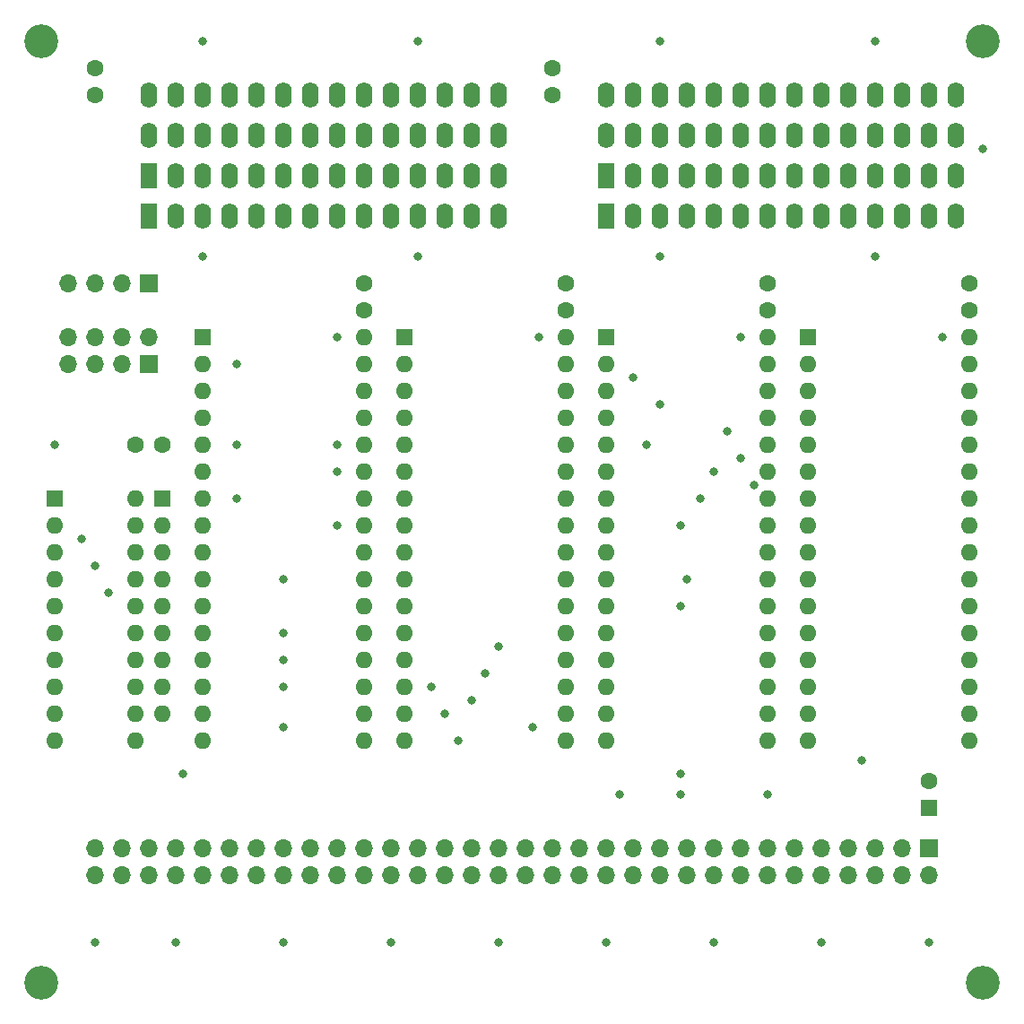
<source format=gts>
G04 #@! TF.GenerationSoftware,KiCad,Pcbnew,(5.1.8)-1*
G04 #@! TF.CreationDate,2021-07-02T01:17:22+09:00*
G04 #@! TF.ProjectId,FMRAMV01L02,464d5241-4d56-4303-914c-30322e6b6963,rev?*
G04 #@! TF.SameCoordinates,PX3072580PY9157080*
G04 #@! TF.FileFunction,Soldermask,Top*
G04 #@! TF.FilePolarity,Negative*
%FSLAX46Y46*%
G04 Gerber Fmt 4.6, Leading zero omitted, Abs format (unit mm)*
G04 Created by KiCad (PCBNEW (5.1.8)-1) date 2021-07-02 01:17:22*
%MOMM*%
%LPD*%
G01*
G04 APERTURE LIST*
%ADD10R,1.600000X2.400000*%
%ADD11O,1.600000X2.400000*%
%ADD12C,1.600000*%
%ADD13O,1.700000X1.700000*%
%ADD14R,1.700000X1.700000*%
%ADD15O,1.600000X1.600000*%
%ADD16R,1.600000X1.600000*%
%ADD17C,3.200000*%
%ADD18C,0.800000*%
G04 APERTURE END LIST*
D10*
X68580000Y74930000D03*
D11*
X101600000Y82550000D03*
X71120000Y74930000D03*
X99060000Y82550000D03*
X73660000Y74930000D03*
X96520000Y82550000D03*
X76200000Y74930000D03*
X93980000Y82550000D03*
X78740000Y74930000D03*
X91440000Y82550000D03*
X81280000Y74930000D03*
X88900000Y82550000D03*
X83820000Y74930000D03*
X86360000Y82550000D03*
X86360000Y74930000D03*
X83820000Y82550000D03*
X88900000Y74930000D03*
X81280000Y82550000D03*
X91440000Y74930000D03*
X78740000Y82550000D03*
X93980000Y74930000D03*
X76200000Y82550000D03*
X96520000Y74930000D03*
X73660000Y82550000D03*
X99060000Y74930000D03*
X71120000Y82550000D03*
X101600000Y74930000D03*
X68580000Y82550000D03*
D10*
X25400000Y74930000D03*
D11*
X58420000Y82550000D03*
X27940000Y74930000D03*
X55880000Y82550000D03*
X30480000Y74930000D03*
X53340000Y82550000D03*
X33020000Y74930000D03*
X50800000Y82550000D03*
X35560000Y74930000D03*
X48260000Y82550000D03*
X38100000Y74930000D03*
X45720000Y82550000D03*
X40640000Y74930000D03*
X43180000Y82550000D03*
X43180000Y74930000D03*
X40640000Y82550000D03*
X45720000Y74930000D03*
X38100000Y82550000D03*
X48260000Y74930000D03*
X35560000Y82550000D03*
X50800000Y74930000D03*
X33020000Y82550000D03*
X53340000Y74930000D03*
X30480000Y82550000D03*
X55880000Y74930000D03*
X27940000Y82550000D03*
X58420000Y74930000D03*
X25400000Y82550000D03*
X25400000Y86360000D03*
X58420000Y78740000D03*
X27940000Y86360000D03*
X55880000Y78740000D03*
X30480000Y86360000D03*
X53340000Y78740000D03*
X33020000Y86360000D03*
X50800000Y78740000D03*
X35560000Y86360000D03*
X48260000Y78740000D03*
X38100000Y86360000D03*
X45720000Y78740000D03*
X40640000Y86360000D03*
X43180000Y78740000D03*
X43180000Y86360000D03*
X40640000Y78740000D03*
X45720000Y86360000D03*
X38100000Y78740000D03*
X48260000Y86360000D03*
X35560000Y78740000D03*
X50800000Y86360000D03*
X33020000Y78740000D03*
X53340000Y86360000D03*
X30480000Y78740000D03*
X55880000Y86360000D03*
X27940000Y78740000D03*
X58420000Y86360000D03*
D10*
X25400000Y78740000D03*
D12*
X20320000Y88860000D03*
X20320000Y86360000D03*
D11*
X68580000Y86360000D03*
X101600000Y78740000D03*
X71120000Y86360000D03*
X99060000Y78740000D03*
X73660000Y86360000D03*
X96520000Y78740000D03*
X76200000Y86360000D03*
X93980000Y78740000D03*
X78740000Y86360000D03*
X91440000Y78740000D03*
X81280000Y86360000D03*
X88900000Y78740000D03*
X83820000Y86360000D03*
X86360000Y78740000D03*
X86360000Y86360000D03*
X83820000Y78740000D03*
X88900000Y86360000D03*
X81280000Y78740000D03*
X91440000Y86360000D03*
X78740000Y78740000D03*
X93980000Y86360000D03*
X76200000Y78740000D03*
X96520000Y86360000D03*
X73660000Y78740000D03*
X99060000Y86360000D03*
X71120000Y78740000D03*
X101600000Y86360000D03*
D10*
X68580000Y78740000D03*
D12*
X63500000Y88860000D03*
X63500000Y86360000D03*
D13*
X17780000Y68580000D03*
X20320000Y68580000D03*
X22860000Y68580000D03*
D14*
X25400000Y68580000D03*
D15*
X45720000Y63500000D03*
X30480000Y25400000D03*
X45720000Y60960000D03*
X30480000Y27940000D03*
X45720000Y58420000D03*
X30480000Y30480000D03*
X45720000Y55880000D03*
X30480000Y33020000D03*
X45720000Y53340000D03*
X30480000Y35560000D03*
X45720000Y50800000D03*
X30480000Y38100000D03*
X45720000Y48260000D03*
X30480000Y40640000D03*
X45720000Y45720000D03*
X30480000Y43180000D03*
X45720000Y43180000D03*
X30480000Y45720000D03*
X45720000Y40640000D03*
X30480000Y48260000D03*
X45720000Y38100000D03*
X30480000Y50800000D03*
X45720000Y35560000D03*
X30480000Y53340000D03*
X45720000Y33020000D03*
X30480000Y55880000D03*
X45720000Y30480000D03*
X30480000Y58420000D03*
X45720000Y27940000D03*
X30480000Y60960000D03*
X45720000Y25400000D03*
D16*
X30480000Y63500000D03*
D17*
X15240000Y91440000D03*
X104140000Y91440000D03*
X104140000Y2540000D03*
X15240000Y2540000D03*
D13*
X20320000Y12700000D03*
X20320000Y15240000D03*
X22860000Y12700000D03*
X22860000Y15240000D03*
X25400000Y12700000D03*
X25400000Y15240000D03*
X27940000Y12700000D03*
X27940000Y15240000D03*
X30480000Y12700000D03*
X30480000Y15240000D03*
X33020000Y12700000D03*
X33020000Y15240000D03*
X35560000Y12700000D03*
X35560000Y15240000D03*
X38100000Y12700000D03*
X38100000Y15240000D03*
X40640000Y12700000D03*
X40640000Y15240000D03*
X43180000Y12700000D03*
X43180000Y15240000D03*
X45720000Y12700000D03*
X45720000Y15240000D03*
X48260000Y12700000D03*
X48260000Y15240000D03*
X50800000Y12700000D03*
X50800000Y15240000D03*
X53340000Y12700000D03*
X53340000Y15240000D03*
X55880000Y12700000D03*
X55880000Y15240000D03*
X58420000Y12700000D03*
X58420000Y15240000D03*
X60960000Y12700000D03*
X60960000Y15240000D03*
X63500000Y12700000D03*
X63500000Y15240000D03*
X66040000Y12700000D03*
X66040000Y15240000D03*
X68580000Y12700000D03*
X68580000Y15240000D03*
X71120000Y12700000D03*
X71120000Y15240000D03*
X73660000Y12700000D03*
X73660000Y15240000D03*
X76200000Y12700000D03*
X76200000Y15240000D03*
X78740000Y12700000D03*
X78740000Y15240000D03*
X81280000Y12700000D03*
X81280000Y15240000D03*
X83820000Y12700000D03*
X83820000Y15240000D03*
X86360000Y12700000D03*
X86360000Y15240000D03*
X88900000Y12700000D03*
X88900000Y15240000D03*
X91440000Y12700000D03*
X91440000Y15240000D03*
X93980000Y12700000D03*
X93980000Y15240000D03*
X96520000Y12700000D03*
X96520000Y15240000D03*
X99060000Y12700000D03*
D14*
X99060000Y15240000D03*
D15*
X64770000Y63500000D03*
X49530000Y25400000D03*
X64770000Y60960000D03*
X49530000Y27940000D03*
X64770000Y58420000D03*
X49530000Y30480000D03*
X64770000Y55880000D03*
X49530000Y33020000D03*
X64770000Y53340000D03*
X49530000Y35560000D03*
X64770000Y50800000D03*
X49530000Y38100000D03*
X64770000Y48260000D03*
X49530000Y40640000D03*
X64770000Y45720000D03*
X49530000Y43180000D03*
X64770000Y43180000D03*
X49530000Y45720000D03*
X64770000Y40640000D03*
X49530000Y48260000D03*
X64770000Y38100000D03*
X49530000Y50800000D03*
X64770000Y35560000D03*
X49530000Y53340000D03*
X64770000Y33020000D03*
X49530000Y55880000D03*
X64770000Y30480000D03*
X49530000Y58420000D03*
X64770000Y27940000D03*
X49530000Y60960000D03*
X64770000Y25400000D03*
D16*
X49530000Y63500000D03*
D15*
X83820000Y63500000D03*
X68580000Y25400000D03*
X83820000Y60960000D03*
X68580000Y27940000D03*
X83820000Y58420000D03*
X68580000Y30480000D03*
X83820000Y55880000D03*
X68580000Y33020000D03*
X83820000Y53340000D03*
X68580000Y35560000D03*
X83820000Y50800000D03*
X68580000Y38100000D03*
X83820000Y48260000D03*
X68580000Y40640000D03*
X83820000Y45720000D03*
X68580000Y43180000D03*
X83820000Y43180000D03*
X68580000Y45720000D03*
X83820000Y40640000D03*
X68580000Y48260000D03*
X83820000Y38100000D03*
X68580000Y50800000D03*
X83820000Y35560000D03*
X68580000Y53340000D03*
X83820000Y33020000D03*
X68580000Y55880000D03*
X83820000Y30480000D03*
X68580000Y58420000D03*
X83820000Y27940000D03*
X68580000Y60960000D03*
X83820000Y25400000D03*
D16*
X68580000Y63500000D03*
D15*
X102870000Y63500000D03*
X87630000Y25400000D03*
X102870000Y60960000D03*
X87630000Y27940000D03*
X102870000Y58420000D03*
X87630000Y30480000D03*
X102870000Y55880000D03*
X87630000Y33020000D03*
X102870000Y53340000D03*
X87630000Y35560000D03*
X102870000Y50800000D03*
X87630000Y38100000D03*
X102870000Y48260000D03*
X87630000Y40640000D03*
X102870000Y45720000D03*
X87630000Y43180000D03*
X102870000Y43180000D03*
X87630000Y45720000D03*
X102870000Y40640000D03*
X87630000Y48260000D03*
X102870000Y38100000D03*
X87630000Y50800000D03*
X102870000Y35560000D03*
X87630000Y53340000D03*
X102870000Y33020000D03*
X87630000Y55880000D03*
X102870000Y30480000D03*
X87630000Y58420000D03*
X102870000Y27940000D03*
X87630000Y60960000D03*
X102870000Y25400000D03*
D16*
X87630000Y63500000D03*
D15*
X24130000Y48260000D03*
X16510000Y25400000D03*
X24130000Y45720000D03*
X16510000Y27940000D03*
X24130000Y43180000D03*
X16510000Y30480000D03*
X24130000Y40640000D03*
X16510000Y33020000D03*
X24130000Y38100000D03*
X16510000Y35560000D03*
X24130000Y35560000D03*
X16510000Y38100000D03*
X24130000Y33020000D03*
X16510000Y40640000D03*
X24130000Y30480000D03*
X16510000Y43180000D03*
X24130000Y27940000D03*
X16510000Y45720000D03*
X24130000Y25400000D03*
D16*
X16510000Y48260000D03*
D15*
X26670000Y27940000D03*
X26670000Y30480000D03*
X26670000Y33020000D03*
X26670000Y35560000D03*
X26670000Y38100000D03*
X26670000Y40640000D03*
X26670000Y43180000D03*
X26670000Y45720000D03*
D16*
X26670000Y48260000D03*
D12*
X99060000Y21550000D03*
D16*
X99060000Y19050000D03*
D12*
X26630000Y53340000D03*
X24130000Y53340000D03*
X45720000Y68540000D03*
X45720000Y66040000D03*
X64770000Y68540000D03*
X64770000Y66040000D03*
X83820000Y68540000D03*
X83820000Y66040000D03*
X102870000Y68540000D03*
X102870000Y66040000D03*
D14*
X25400000Y60960000D03*
D13*
X25400000Y63500000D03*
X22860000Y60960000D03*
X22860000Y63500000D03*
X20320000Y60960000D03*
X20320000Y63500000D03*
X17780000Y60960000D03*
X17780000Y63500000D03*
D18*
X38100000Y40640000D03*
X38100000Y35560000D03*
X38100000Y33020000D03*
X38100000Y30480000D03*
X75565000Y20320000D03*
X83820000Y20320000D03*
X61595000Y26670000D03*
X33655000Y53340000D03*
X43180000Y50800000D03*
X33655000Y48260000D03*
X43180000Y45720000D03*
X33655000Y60960000D03*
X93980000Y91440000D03*
X73660000Y91440000D03*
X50800000Y91440000D03*
X30480000Y91440000D03*
X30480000Y71120000D03*
X50800000Y71120000D03*
X73660000Y71120000D03*
X93980000Y71120000D03*
X104140000Y81280000D03*
X43180000Y63500000D03*
X62230000Y63500000D03*
X81280000Y63500000D03*
X100330000Y63500000D03*
X20320000Y6350000D03*
X27940000Y6350000D03*
X38100000Y6350000D03*
X48260000Y6350000D03*
X58420000Y6350000D03*
X68580000Y6350000D03*
X78740000Y6350000D03*
X88900000Y6350000D03*
X99060000Y6350000D03*
X69850000Y20320000D03*
X38100000Y26670000D03*
X43180000Y53340000D03*
X16510000Y53340000D03*
X52070000Y30480000D03*
X53340000Y27940000D03*
X54610000Y25400000D03*
X55880000Y29210000D03*
X57150000Y31750000D03*
X58420000Y34290000D03*
X71120000Y59690000D03*
X72390000Y53340000D03*
X73660000Y57150000D03*
X75565000Y45720000D03*
X76200000Y40640000D03*
X77470000Y48260000D03*
X78740000Y50800000D03*
X80010000Y54610000D03*
X81280000Y52070000D03*
X82550000Y49530000D03*
X92710000Y23495000D03*
X28575000Y22225000D03*
X75565000Y38100000D03*
X75565000Y22225000D03*
X20320000Y41910000D03*
X21590000Y39370000D03*
X19050000Y44450000D03*
M02*

</source>
